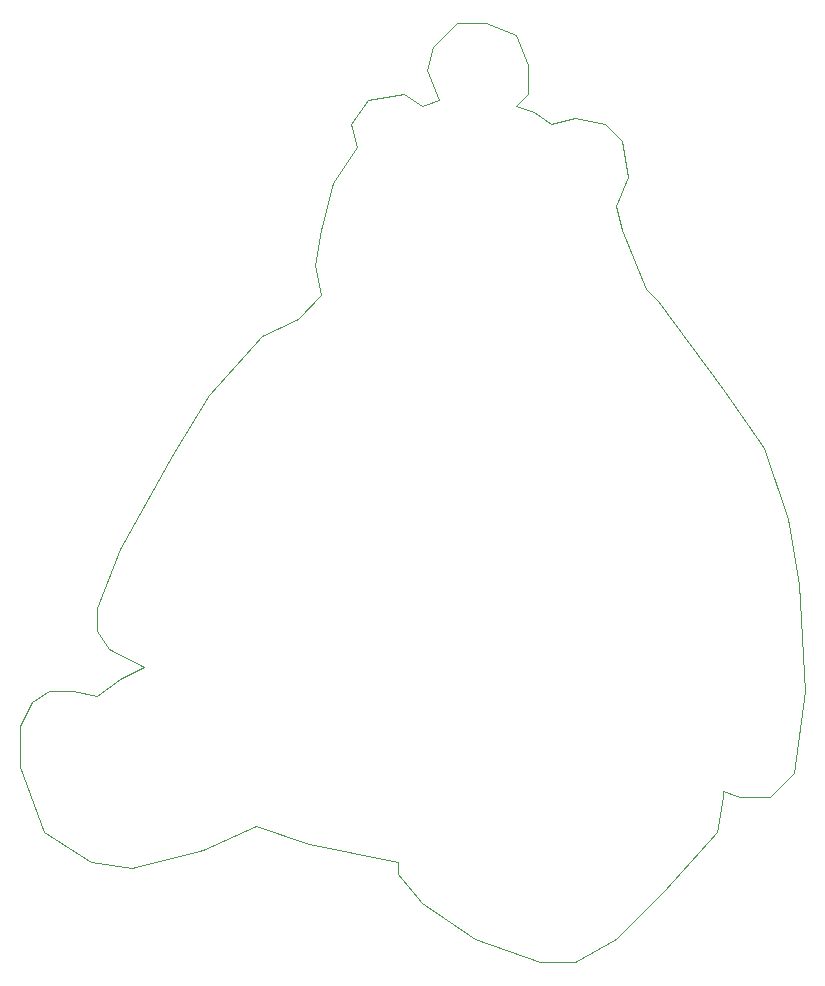
<source format=gm1>
G04 #@! TF.GenerationSoftware,KiCad,Pcbnew,8.0.6*
G04 #@! TF.CreationDate,2025-05-21T14:19:44-04:00*
G04 #@! TF.ProjectId,DJUNGELSKOG Keychain,444a554e-4745-44c5-934b-4f47204b6579,rev?*
G04 #@! TF.SameCoordinates,Original*
G04 #@! TF.FileFunction,Profile,NP*
%FSLAX46Y46*%
G04 Gerber Fmt 4.6, Leading zero omitted, Abs format (unit mm)*
G04 Created by KiCad (PCBNEW 8.0.6) date 2025-05-21 14:19:44*
%MOMM*%
%LPD*%
G01*
G04 APERTURE LIST*
G04 #@! TA.AperFunction,Profile*
%ADD10C,0.050000*%
G04 #@! TD*
G04 APERTURE END LIST*
D10*
X149000000Y-58500000D02*
X150000000Y-61000000D01*
X150000000Y-63500000D01*
X149000000Y-64500000D01*
X150500000Y-65000000D01*
X152000000Y-66000000D01*
X154000000Y-65500000D01*
X156500000Y-66000000D01*
X158000000Y-67500000D01*
X158500000Y-70500000D01*
X157500000Y-73000000D01*
X158000000Y-75000000D01*
X160000000Y-80000000D01*
X161000000Y-81000000D01*
X166500000Y-88500000D01*
X170000000Y-93500000D01*
X172000000Y-99500000D01*
X173000000Y-105000000D01*
X173500000Y-114000000D01*
X172500000Y-121000000D01*
X170500000Y-123000000D01*
X168000000Y-123000000D01*
X166500000Y-122500000D01*
X166500000Y-123000000D01*
X166000000Y-126000000D01*
X161500000Y-131000000D01*
X157500000Y-135000000D01*
X154000000Y-137000000D01*
X151000000Y-137000000D01*
X145500000Y-135000000D01*
X141000000Y-132000000D01*
X139000000Y-129500000D01*
X139000000Y-128500000D01*
X131500000Y-127000000D01*
X127000000Y-125500000D01*
X122500000Y-127500000D01*
X116500000Y-129000000D01*
X113000000Y-128500000D01*
X109000000Y-126000000D01*
X107000000Y-120500000D01*
X107000000Y-117000000D01*
X108000000Y-115000000D01*
X109500000Y-114000000D01*
X111500000Y-114000000D01*
X113500000Y-114500000D01*
X115500000Y-113000000D01*
X117500000Y-112000000D01*
X114500000Y-110500000D01*
X113500000Y-109000000D01*
X113500000Y-107000000D01*
X115500000Y-102000000D01*
X120000000Y-94000000D01*
X123000000Y-89000000D01*
X127500000Y-84000000D01*
X130500000Y-82500000D01*
X132500000Y-80500000D01*
X132000000Y-78000000D01*
X132500000Y-75000000D01*
X133500000Y-71000000D01*
X135500000Y-68000000D01*
X135000000Y-66000000D01*
X136500000Y-64000000D01*
X139500000Y-63500000D01*
X141000000Y-64500000D01*
X142500000Y-64000000D01*
X141500000Y-61500000D01*
X142000000Y-59500000D01*
X144000000Y-57500000D01*
X146500000Y-57500000D01*
X149000000Y-58500000D01*
M02*

</source>
